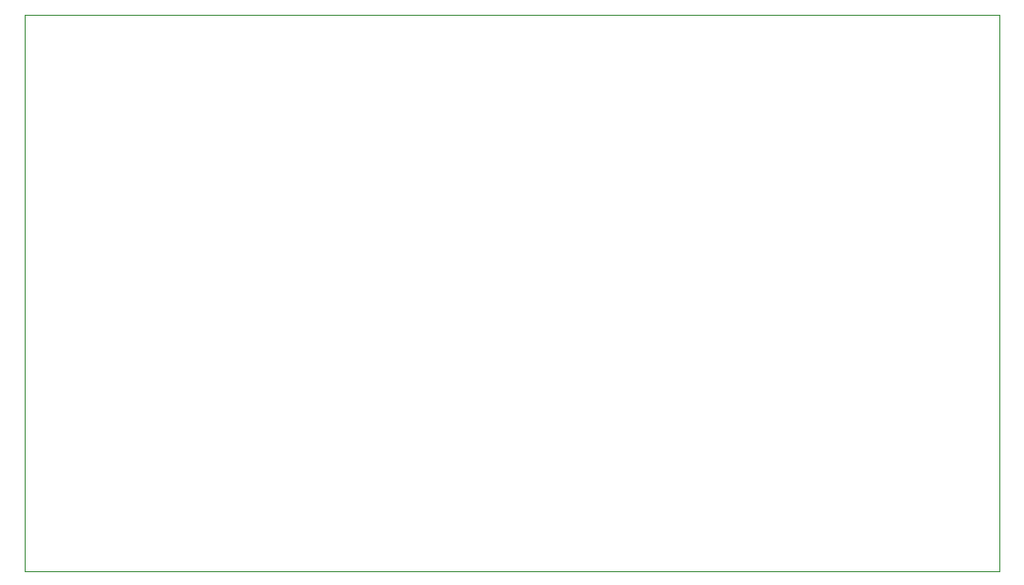
<source format=gbr>
%TF.GenerationSoftware,KiCad,Pcbnew,6.0.5-a6ca702e91~116~ubuntu21.10.1*%
%TF.CreationDate,2022-08-24T05:16:12-06:00*%
%TF.ProjectId,PowerBook_F4Lite_THTV1_2,506f7765-7242-46f6-9f6b-5f46344c6974,rev?*%
%TF.SameCoordinates,Original*%
%TF.FileFunction,Profile,NP*%
%FSLAX46Y46*%
G04 Gerber Fmt 4.6, Leading zero omitted, Abs format (unit mm)*
G04 Created by KiCad (PCBNEW 6.0.5-a6ca702e91~116~ubuntu21.10.1) date 2022-08-24 05:16:12*
%MOMM*%
%LPD*%
G01*
G04 APERTURE LIST*
%TA.AperFunction,Profile*%
%ADD10C,0.050000*%
%TD*%
G04 APERTURE END LIST*
D10*
X148813520Y-107947460D02*
X148813520Y-60195460D01*
X148813520Y-60195460D02*
X65151000Y-60198000D01*
X148813520Y-107947460D02*
X65151000Y-107950000D01*
X65151000Y-60198000D02*
X65151000Y-107950000D01*
M02*

</source>
